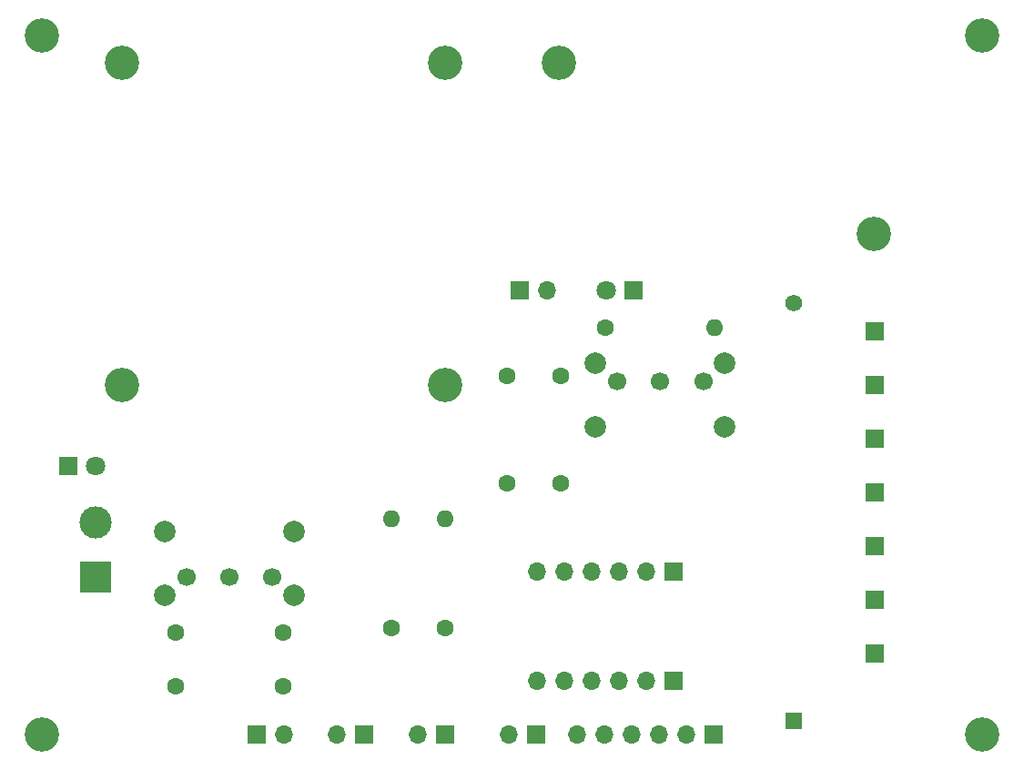
<source format=gts>
%TF.GenerationSoftware,KiCad,Pcbnew,(6.0.7)*%
%TF.CreationDate,2025-03-19T21:33:16-07:00*%
%TF.ProjectId,PCB_v1,5043425f-7631-42e6-9b69-6361645f7063,rev?*%
%TF.SameCoordinates,Original*%
%TF.FileFunction,Soldermask,Top*%
%TF.FilePolarity,Negative*%
%FSLAX46Y46*%
G04 Gerber Fmt 4.6, Leading zero omitted, Abs format (unit mm)*
G04 Created by KiCad (PCBNEW (6.0.7)) date 2025-03-19 21:33:16*
%MOMM*%
%LPD*%
G01*
G04 APERTURE LIST*
%ADD10R,1.574800X1.574800*%
%ADD11C,1.574800*%
%ADD12C,2.000000*%
%ADD13C,1.700000*%
%ADD14R,1.700000X1.700000*%
%ADD15O,1.700000X1.700000*%
%ADD16C,1.600000*%
%ADD17O,1.600000X1.600000*%
%ADD18C,3.200000*%
%ADD19R,1.800000X1.800000*%
%ADD20C,1.800000*%
%ADD21R,3.000000X3.000000*%
%ADD22C,3.000000*%
G04 APERTURE END LIST*
D10*
%TO.C,F1*%
X117500000Y-106245200D03*
D11*
X117500000Y-67357800D03*
%TD*%
D12*
%TO.C,SW2*%
X99042500Y-78917500D03*
X111042500Y-78917500D03*
X99042500Y-72917500D03*
X111042500Y-72917500D03*
D13*
X101042500Y-74667500D03*
X105042500Y-74667500D03*
X109042500Y-74667500D03*
%TD*%
D14*
%TO.C,J9*%
X110000000Y-107500000D03*
D15*
X107460000Y-107500000D03*
X104920000Y-107500000D03*
X102380000Y-107500000D03*
X99840000Y-107500000D03*
X97300000Y-107500000D03*
%TD*%
D16*
%TO.C,C1*%
X70000000Y-98000000D03*
X70000000Y-103000000D03*
%TD*%
%TO.C,R3*%
X85000000Y-97580000D03*
D17*
X85000000Y-87420000D03*
%TD*%
D18*
%TO.C,H3*%
X47500000Y-107500000D03*
%TD*%
D14*
%TO.C,TP5*%
X125000000Y-80000000D03*
%TD*%
D12*
%TO.C,SW1*%
X58957500Y-94582500D03*
X70957500Y-94582500D03*
X70957500Y-88582500D03*
X58957500Y-88582500D03*
D13*
X68957500Y-92832500D03*
X64957500Y-92832500D03*
X60957500Y-92832500D03*
%TD*%
D19*
%TO.C,D1*%
X50000000Y-82500000D03*
D20*
X52540000Y-82500000D03*
%TD*%
D16*
%TO.C,C2*%
X95792500Y-74167500D03*
X90792500Y-74167500D03*
%TD*%
D18*
%TO.C,H5*%
X55000000Y-45000000D03*
%TD*%
%TO.C,H2*%
X135000000Y-42500000D03*
%TD*%
%TO.C,H4*%
X135000000Y-107500000D03*
%TD*%
D15*
%TO.C,J7*%
X74960000Y-107500000D03*
D14*
X77500000Y-107500000D03*
%TD*%
D18*
%TO.C,H1*%
X47500000Y-42500000D03*
%TD*%
D15*
%TO.C,J8*%
X82460000Y-107500000D03*
D14*
X85000000Y-107500000D03*
%TD*%
%TO.C,TP2*%
X125000000Y-95000000D03*
%TD*%
D17*
%TO.C,R2*%
X110080000Y-69667500D03*
D16*
X99920000Y-69667500D03*
%TD*%
D14*
%TO.C,J3*%
X67500000Y-107500000D03*
D15*
X70040000Y-107500000D03*
%TD*%
D18*
%TO.C,H10*%
X124896000Y-60910000D03*
%TD*%
D16*
%TO.C,C3*%
X60000000Y-98000000D03*
X60000000Y-103000000D03*
%TD*%
D14*
%TO.C,J5*%
X106325000Y-92365000D03*
D15*
X103785000Y-92365000D03*
X101245000Y-92365000D03*
X98705000Y-92365000D03*
X96165000Y-92365000D03*
X93625000Y-92365000D03*
%TD*%
D14*
%TO.C,TP1*%
X125000000Y-100000000D03*
%TD*%
D18*
%TO.C,H6*%
X85000000Y-45000000D03*
%TD*%
D15*
%TO.C,J6*%
X93625000Y-102525000D03*
X96165000Y-102525000D03*
X98705000Y-102525000D03*
X101245000Y-102525000D03*
X103785000Y-102525000D03*
D14*
X106325000Y-102525000D03*
%TD*%
D15*
%TO.C,J4*%
X90960000Y-107500000D03*
D14*
X93500000Y-107500000D03*
%TD*%
D18*
%TO.C,H8*%
X85000000Y-75000000D03*
%TD*%
D15*
%TO.C,J1*%
X94540000Y-66167500D03*
D14*
X92000000Y-66167500D03*
%TD*%
%TO.C,TP3*%
X125000000Y-90000000D03*
%TD*%
%TO.C,TP7*%
X125000000Y-70000000D03*
%TD*%
%TO.C,TP6*%
X125000000Y-75000000D03*
%TD*%
D21*
%TO.C,J2*%
X52500000Y-92832500D03*
D22*
X52500000Y-87752500D03*
%TD*%
D16*
%TO.C,C4*%
X95792500Y-84167500D03*
X90792500Y-84167500D03*
%TD*%
D18*
%TO.C,H9*%
X95604000Y-45040000D03*
%TD*%
D16*
%TO.C,R1*%
X80000000Y-97580000D03*
D17*
X80000000Y-87420000D03*
%TD*%
D20*
%TO.C,D2*%
X100000000Y-66167500D03*
D19*
X102540000Y-66167500D03*
%TD*%
D18*
%TO.C,H7*%
X55000000Y-75000000D03*
%TD*%
D14*
%TO.C,TP4*%
X125000000Y-85000000D03*
%TD*%
M02*

</source>
